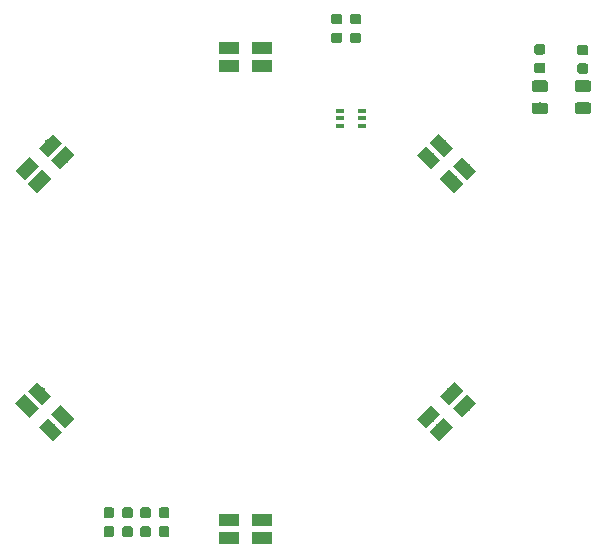
<source format=gbr>
G04 #@! TF.GenerationSoftware,KiCad,Pcbnew,(5.1.2)-1*
G04 #@! TF.CreationDate,2019-05-20T14:19:16+10:00*
G04 #@! TF.ProjectId,VeinCamHat,5665696e-4361-46d4-9861-742e6b696361,rev?*
G04 #@! TF.SameCoordinates,Original*
G04 #@! TF.FileFunction,Paste,Top*
G04 #@! TF.FilePolarity,Positive*
%FSLAX46Y46*%
G04 Gerber Fmt 4.6, Leading zero omitted, Abs format (unit mm)*
G04 Created by KiCad (PCBNEW (5.1.2)-1) date 2019-05-20 14:19:16*
%MOMM*%
%LPD*%
G04 APERTURE LIST*
%ADD10C,1.100000*%
%ADD11C,0.150000*%
%ADD12R,1.700000X1.100000*%
%ADD13R,0.650000X0.400000*%
%ADD14C,0.875000*%
%ADD15C,0.975000*%
G04 APERTURE END LIST*
D10*
X203479720Y-134540381D03*
D11*
G36*
X203691852Y-135530330D02*
G01*
X202489771Y-134328249D01*
X203267588Y-133550432D01*
X204469669Y-134752513D01*
X203691852Y-135530330D01*
X203691852Y-135530330D01*
G37*
D10*
X205459619Y-136520280D03*
D11*
G36*
X205671751Y-137510229D02*
G01*
X204469670Y-136308148D01*
X205247487Y-135530331D01*
X206449568Y-136732412D01*
X205671751Y-137510229D01*
X205671751Y-137510229D01*
G37*
D10*
X204540381Y-133479720D03*
D11*
G36*
X204752513Y-134469669D02*
G01*
X203550432Y-133267588D01*
X204328249Y-132489771D01*
X205530330Y-133691852D01*
X204752513Y-134469669D01*
X204752513Y-134469669D01*
G37*
D10*
X206520280Y-135459619D03*
D11*
G36*
X206732412Y-136449568D02*
G01*
X205530331Y-135247487D01*
X206308148Y-134469670D01*
X207510229Y-135671751D01*
X206732412Y-136449568D01*
X206732412Y-136449568D01*
G37*
D12*
X223400000Y-144249999D03*
X220600000Y-144249999D03*
X223400000Y-145750001D03*
X220600000Y-145750001D03*
D10*
X205459619Y-112479720D03*
D11*
G36*
X206449568Y-112267588D02*
G01*
X205247487Y-113469669D01*
X204469670Y-112691852D01*
X205671751Y-111489771D01*
X206449568Y-112267588D01*
X206449568Y-112267588D01*
G37*
D10*
X203479720Y-114459619D03*
D11*
G36*
X204469669Y-114247487D02*
G01*
X203267588Y-115449568D01*
X202489771Y-114671751D01*
X203691852Y-113469670D01*
X204469669Y-114247487D01*
X204469669Y-114247487D01*
G37*
D10*
X206520280Y-113540381D03*
D11*
G36*
X207510229Y-113328249D02*
G01*
X206308148Y-114530330D01*
X205530331Y-113752513D01*
X206732412Y-112550432D01*
X207510229Y-113328249D01*
X207510229Y-113328249D01*
G37*
D10*
X204540381Y-115520280D03*
D11*
G36*
X205530330Y-115308148D02*
G01*
X204328249Y-116510229D01*
X203550432Y-115732412D01*
X204752513Y-114530331D01*
X205530330Y-115308148D01*
X205530330Y-115308148D01*
G37*
D10*
X238540381Y-136520280D03*
D11*
G36*
X239530330Y-136308148D02*
G01*
X238328249Y-137510229D01*
X237550432Y-136732412D01*
X238752513Y-135530331D01*
X239530330Y-136308148D01*
X239530330Y-136308148D01*
G37*
D10*
X240520280Y-134540381D03*
D11*
G36*
X241510229Y-134328249D02*
G01*
X240308148Y-135530330D01*
X239530331Y-134752513D01*
X240732412Y-133550432D01*
X241510229Y-134328249D01*
X241510229Y-134328249D01*
G37*
D10*
X237479720Y-135459619D03*
D11*
G36*
X238469669Y-135247487D02*
G01*
X237267588Y-136449568D01*
X236489771Y-135671751D01*
X237691852Y-134469670D01*
X238469669Y-135247487D01*
X238469669Y-135247487D01*
G37*
D10*
X239459619Y-133479720D03*
D11*
G36*
X240449568Y-133267588D02*
G01*
X239247487Y-134469669D01*
X238469670Y-133691852D01*
X239671751Y-132489771D01*
X240449568Y-133267588D01*
X240449568Y-133267588D01*
G37*
D13*
X229950000Y-109550000D03*
X229950000Y-110850000D03*
X231850000Y-110200000D03*
X229950000Y-110200000D03*
X231850000Y-110850000D03*
X231850000Y-109550000D03*
D11*
G36*
X250815191Y-103976053D02*
G01*
X250836426Y-103979203D01*
X250857250Y-103984419D01*
X250877462Y-103991651D01*
X250896868Y-104000830D01*
X250915281Y-104011866D01*
X250932524Y-104024654D01*
X250948430Y-104039070D01*
X250962846Y-104054976D01*
X250975634Y-104072219D01*
X250986670Y-104090632D01*
X250995849Y-104110038D01*
X251003081Y-104130250D01*
X251008297Y-104151074D01*
X251011447Y-104172309D01*
X251012500Y-104193750D01*
X251012500Y-104631250D01*
X251011447Y-104652691D01*
X251008297Y-104673926D01*
X251003081Y-104694750D01*
X250995849Y-104714962D01*
X250986670Y-104734368D01*
X250975634Y-104752781D01*
X250962846Y-104770024D01*
X250948430Y-104785930D01*
X250932524Y-104800346D01*
X250915281Y-104813134D01*
X250896868Y-104824170D01*
X250877462Y-104833349D01*
X250857250Y-104840581D01*
X250836426Y-104845797D01*
X250815191Y-104848947D01*
X250793750Y-104850000D01*
X250281250Y-104850000D01*
X250259809Y-104848947D01*
X250238574Y-104845797D01*
X250217750Y-104840581D01*
X250197538Y-104833349D01*
X250178132Y-104824170D01*
X250159719Y-104813134D01*
X250142476Y-104800346D01*
X250126570Y-104785930D01*
X250112154Y-104770024D01*
X250099366Y-104752781D01*
X250088330Y-104734368D01*
X250079151Y-104714962D01*
X250071919Y-104694750D01*
X250066703Y-104673926D01*
X250063553Y-104652691D01*
X250062500Y-104631250D01*
X250062500Y-104193750D01*
X250063553Y-104172309D01*
X250066703Y-104151074D01*
X250071919Y-104130250D01*
X250079151Y-104110038D01*
X250088330Y-104090632D01*
X250099366Y-104072219D01*
X250112154Y-104054976D01*
X250126570Y-104039070D01*
X250142476Y-104024654D01*
X250159719Y-104011866D01*
X250178132Y-104000830D01*
X250197538Y-103991651D01*
X250217750Y-103984419D01*
X250238574Y-103979203D01*
X250259809Y-103976053D01*
X250281250Y-103975000D01*
X250793750Y-103975000D01*
X250815191Y-103976053D01*
X250815191Y-103976053D01*
G37*
D14*
X250537500Y-104412500D03*
D11*
G36*
X250815191Y-105551053D02*
G01*
X250836426Y-105554203D01*
X250857250Y-105559419D01*
X250877462Y-105566651D01*
X250896868Y-105575830D01*
X250915281Y-105586866D01*
X250932524Y-105599654D01*
X250948430Y-105614070D01*
X250962846Y-105629976D01*
X250975634Y-105647219D01*
X250986670Y-105665632D01*
X250995849Y-105685038D01*
X251003081Y-105705250D01*
X251008297Y-105726074D01*
X251011447Y-105747309D01*
X251012500Y-105768750D01*
X251012500Y-106206250D01*
X251011447Y-106227691D01*
X251008297Y-106248926D01*
X251003081Y-106269750D01*
X250995849Y-106289962D01*
X250986670Y-106309368D01*
X250975634Y-106327781D01*
X250962846Y-106345024D01*
X250948430Y-106360930D01*
X250932524Y-106375346D01*
X250915281Y-106388134D01*
X250896868Y-106399170D01*
X250877462Y-106408349D01*
X250857250Y-106415581D01*
X250836426Y-106420797D01*
X250815191Y-106423947D01*
X250793750Y-106425000D01*
X250281250Y-106425000D01*
X250259809Y-106423947D01*
X250238574Y-106420797D01*
X250217750Y-106415581D01*
X250197538Y-106408349D01*
X250178132Y-106399170D01*
X250159719Y-106388134D01*
X250142476Y-106375346D01*
X250126570Y-106360930D01*
X250112154Y-106345024D01*
X250099366Y-106327781D01*
X250088330Y-106309368D01*
X250079151Y-106289962D01*
X250071919Y-106269750D01*
X250066703Y-106248926D01*
X250063553Y-106227691D01*
X250062500Y-106206250D01*
X250062500Y-105768750D01*
X250063553Y-105747309D01*
X250066703Y-105726074D01*
X250071919Y-105705250D01*
X250079151Y-105685038D01*
X250088330Y-105665632D01*
X250099366Y-105647219D01*
X250112154Y-105629976D01*
X250126570Y-105614070D01*
X250142476Y-105599654D01*
X250159719Y-105586866D01*
X250178132Y-105575830D01*
X250197538Y-105566651D01*
X250217750Y-105559419D01*
X250238574Y-105554203D01*
X250259809Y-105551053D01*
X250281250Y-105550000D01*
X250793750Y-105550000D01*
X250815191Y-105551053D01*
X250815191Y-105551053D01*
G37*
D14*
X250537500Y-105987500D03*
D11*
G36*
X247177691Y-103926053D02*
G01*
X247198926Y-103929203D01*
X247219750Y-103934419D01*
X247239962Y-103941651D01*
X247259368Y-103950830D01*
X247277781Y-103961866D01*
X247295024Y-103974654D01*
X247310930Y-103989070D01*
X247325346Y-104004976D01*
X247338134Y-104022219D01*
X247349170Y-104040632D01*
X247358349Y-104060038D01*
X247365581Y-104080250D01*
X247370797Y-104101074D01*
X247373947Y-104122309D01*
X247375000Y-104143750D01*
X247375000Y-104581250D01*
X247373947Y-104602691D01*
X247370797Y-104623926D01*
X247365581Y-104644750D01*
X247358349Y-104664962D01*
X247349170Y-104684368D01*
X247338134Y-104702781D01*
X247325346Y-104720024D01*
X247310930Y-104735930D01*
X247295024Y-104750346D01*
X247277781Y-104763134D01*
X247259368Y-104774170D01*
X247239962Y-104783349D01*
X247219750Y-104790581D01*
X247198926Y-104795797D01*
X247177691Y-104798947D01*
X247156250Y-104800000D01*
X246643750Y-104800000D01*
X246622309Y-104798947D01*
X246601074Y-104795797D01*
X246580250Y-104790581D01*
X246560038Y-104783349D01*
X246540632Y-104774170D01*
X246522219Y-104763134D01*
X246504976Y-104750346D01*
X246489070Y-104735930D01*
X246474654Y-104720024D01*
X246461866Y-104702781D01*
X246450830Y-104684368D01*
X246441651Y-104664962D01*
X246434419Y-104644750D01*
X246429203Y-104623926D01*
X246426053Y-104602691D01*
X246425000Y-104581250D01*
X246425000Y-104143750D01*
X246426053Y-104122309D01*
X246429203Y-104101074D01*
X246434419Y-104080250D01*
X246441651Y-104060038D01*
X246450830Y-104040632D01*
X246461866Y-104022219D01*
X246474654Y-104004976D01*
X246489070Y-103989070D01*
X246504976Y-103974654D01*
X246522219Y-103961866D01*
X246540632Y-103950830D01*
X246560038Y-103941651D01*
X246580250Y-103934419D01*
X246601074Y-103929203D01*
X246622309Y-103926053D01*
X246643750Y-103925000D01*
X247156250Y-103925000D01*
X247177691Y-103926053D01*
X247177691Y-103926053D01*
G37*
D14*
X246900000Y-104362500D03*
D11*
G36*
X247177691Y-105501053D02*
G01*
X247198926Y-105504203D01*
X247219750Y-105509419D01*
X247239962Y-105516651D01*
X247259368Y-105525830D01*
X247277781Y-105536866D01*
X247295024Y-105549654D01*
X247310930Y-105564070D01*
X247325346Y-105579976D01*
X247338134Y-105597219D01*
X247349170Y-105615632D01*
X247358349Y-105635038D01*
X247365581Y-105655250D01*
X247370797Y-105676074D01*
X247373947Y-105697309D01*
X247375000Y-105718750D01*
X247375000Y-106156250D01*
X247373947Y-106177691D01*
X247370797Y-106198926D01*
X247365581Y-106219750D01*
X247358349Y-106239962D01*
X247349170Y-106259368D01*
X247338134Y-106277781D01*
X247325346Y-106295024D01*
X247310930Y-106310930D01*
X247295024Y-106325346D01*
X247277781Y-106338134D01*
X247259368Y-106349170D01*
X247239962Y-106358349D01*
X247219750Y-106365581D01*
X247198926Y-106370797D01*
X247177691Y-106373947D01*
X247156250Y-106375000D01*
X246643750Y-106375000D01*
X246622309Y-106373947D01*
X246601074Y-106370797D01*
X246580250Y-106365581D01*
X246560038Y-106358349D01*
X246540632Y-106349170D01*
X246522219Y-106338134D01*
X246504976Y-106325346D01*
X246489070Y-106310930D01*
X246474654Y-106295024D01*
X246461866Y-106277781D01*
X246450830Y-106259368D01*
X246441651Y-106239962D01*
X246434419Y-106219750D01*
X246429203Y-106198926D01*
X246426053Y-106177691D01*
X246425000Y-106156250D01*
X246425000Y-105718750D01*
X246426053Y-105697309D01*
X246429203Y-105676074D01*
X246434419Y-105655250D01*
X246441651Y-105635038D01*
X246450830Y-105615632D01*
X246461866Y-105597219D01*
X246474654Y-105579976D01*
X246489070Y-105564070D01*
X246504976Y-105549654D01*
X246522219Y-105536866D01*
X246540632Y-105525830D01*
X246560038Y-105516651D01*
X246580250Y-105509419D01*
X246601074Y-105504203D01*
X246622309Y-105501053D01*
X246643750Y-105500000D01*
X247156250Y-105500000D01*
X247177691Y-105501053D01*
X247177691Y-105501053D01*
G37*
D14*
X246900000Y-105937500D03*
D11*
G36*
X212227691Y-144726053D02*
G01*
X212248926Y-144729203D01*
X212269750Y-144734419D01*
X212289962Y-144741651D01*
X212309368Y-144750830D01*
X212327781Y-144761866D01*
X212345024Y-144774654D01*
X212360930Y-144789070D01*
X212375346Y-144804976D01*
X212388134Y-144822219D01*
X212399170Y-144840632D01*
X212408349Y-144860038D01*
X212415581Y-144880250D01*
X212420797Y-144901074D01*
X212423947Y-144922309D01*
X212425000Y-144943750D01*
X212425000Y-145456250D01*
X212423947Y-145477691D01*
X212420797Y-145498926D01*
X212415581Y-145519750D01*
X212408349Y-145539962D01*
X212399170Y-145559368D01*
X212388134Y-145577781D01*
X212375346Y-145595024D01*
X212360930Y-145610930D01*
X212345024Y-145625346D01*
X212327781Y-145638134D01*
X212309368Y-145649170D01*
X212289962Y-145658349D01*
X212269750Y-145665581D01*
X212248926Y-145670797D01*
X212227691Y-145673947D01*
X212206250Y-145675000D01*
X211768750Y-145675000D01*
X211747309Y-145673947D01*
X211726074Y-145670797D01*
X211705250Y-145665581D01*
X211685038Y-145658349D01*
X211665632Y-145649170D01*
X211647219Y-145638134D01*
X211629976Y-145625346D01*
X211614070Y-145610930D01*
X211599654Y-145595024D01*
X211586866Y-145577781D01*
X211575830Y-145559368D01*
X211566651Y-145539962D01*
X211559419Y-145519750D01*
X211554203Y-145498926D01*
X211551053Y-145477691D01*
X211550000Y-145456250D01*
X211550000Y-144943750D01*
X211551053Y-144922309D01*
X211554203Y-144901074D01*
X211559419Y-144880250D01*
X211566651Y-144860038D01*
X211575830Y-144840632D01*
X211586866Y-144822219D01*
X211599654Y-144804976D01*
X211614070Y-144789070D01*
X211629976Y-144774654D01*
X211647219Y-144761866D01*
X211665632Y-144750830D01*
X211685038Y-144741651D01*
X211705250Y-144734419D01*
X211726074Y-144729203D01*
X211747309Y-144726053D01*
X211768750Y-144725000D01*
X212206250Y-144725000D01*
X212227691Y-144726053D01*
X212227691Y-144726053D01*
G37*
D14*
X211987500Y-145200000D03*
D11*
G36*
X210652691Y-144726053D02*
G01*
X210673926Y-144729203D01*
X210694750Y-144734419D01*
X210714962Y-144741651D01*
X210734368Y-144750830D01*
X210752781Y-144761866D01*
X210770024Y-144774654D01*
X210785930Y-144789070D01*
X210800346Y-144804976D01*
X210813134Y-144822219D01*
X210824170Y-144840632D01*
X210833349Y-144860038D01*
X210840581Y-144880250D01*
X210845797Y-144901074D01*
X210848947Y-144922309D01*
X210850000Y-144943750D01*
X210850000Y-145456250D01*
X210848947Y-145477691D01*
X210845797Y-145498926D01*
X210840581Y-145519750D01*
X210833349Y-145539962D01*
X210824170Y-145559368D01*
X210813134Y-145577781D01*
X210800346Y-145595024D01*
X210785930Y-145610930D01*
X210770024Y-145625346D01*
X210752781Y-145638134D01*
X210734368Y-145649170D01*
X210714962Y-145658349D01*
X210694750Y-145665581D01*
X210673926Y-145670797D01*
X210652691Y-145673947D01*
X210631250Y-145675000D01*
X210193750Y-145675000D01*
X210172309Y-145673947D01*
X210151074Y-145670797D01*
X210130250Y-145665581D01*
X210110038Y-145658349D01*
X210090632Y-145649170D01*
X210072219Y-145638134D01*
X210054976Y-145625346D01*
X210039070Y-145610930D01*
X210024654Y-145595024D01*
X210011866Y-145577781D01*
X210000830Y-145559368D01*
X209991651Y-145539962D01*
X209984419Y-145519750D01*
X209979203Y-145498926D01*
X209976053Y-145477691D01*
X209975000Y-145456250D01*
X209975000Y-144943750D01*
X209976053Y-144922309D01*
X209979203Y-144901074D01*
X209984419Y-144880250D01*
X209991651Y-144860038D01*
X210000830Y-144840632D01*
X210011866Y-144822219D01*
X210024654Y-144804976D01*
X210039070Y-144789070D01*
X210054976Y-144774654D01*
X210072219Y-144761866D01*
X210090632Y-144750830D01*
X210110038Y-144741651D01*
X210130250Y-144734419D01*
X210151074Y-144729203D01*
X210172309Y-144726053D01*
X210193750Y-144725000D01*
X210631250Y-144725000D01*
X210652691Y-144726053D01*
X210652691Y-144726053D01*
G37*
D14*
X210412500Y-145200000D03*
D11*
G36*
X210652691Y-143126053D02*
G01*
X210673926Y-143129203D01*
X210694750Y-143134419D01*
X210714962Y-143141651D01*
X210734368Y-143150830D01*
X210752781Y-143161866D01*
X210770024Y-143174654D01*
X210785930Y-143189070D01*
X210800346Y-143204976D01*
X210813134Y-143222219D01*
X210824170Y-143240632D01*
X210833349Y-143260038D01*
X210840581Y-143280250D01*
X210845797Y-143301074D01*
X210848947Y-143322309D01*
X210850000Y-143343750D01*
X210850000Y-143856250D01*
X210848947Y-143877691D01*
X210845797Y-143898926D01*
X210840581Y-143919750D01*
X210833349Y-143939962D01*
X210824170Y-143959368D01*
X210813134Y-143977781D01*
X210800346Y-143995024D01*
X210785930Y-144010930D01*
X210770024Y-144025346D01*
X210752781Y-144038134D01*
X210734368Y-144049170D01*
X210714962Y-144058349D01*
X210694750Y-144065581D01*
X210673926Y-144070797D01*
X210652691Y-144073947D01*
X210631250Y-144075000D01*
X210193750Y-144075000D01*
X210172309Y-144073947D01*
X210151074Y-144070797D01*
X210130250Y-144065581D01*
X210110038Y-144058349D01*
X210090632Y-144049170D01*
X210072219Y-144038134D01*
X210054976Y-144025346D01*
X210039070Y-144010930D01*
X210024654Y-143995024D01*
X210011866Y-143977781D01*
X210000830Y-143959368D01*
X209991651Y-143939962D01*
X209984419Y-143919750D01*
X209979203Y-143898926D01*
X209976053Y-143877691D01*
X209975000Y-143856250D01*
X209975000Y-143343750D01*
X209976053Y-143322309D01*
X209979203Y-143301074D01*
X209984419Y-143280250D01*
X209991651Y-143260038D01*
X210000830Y-143240632D01*
X210011866Y-143222219D01*
X210024654Y-143204976D01*
X210039070Y-143189070D01*
X210054976Y-143174654D01*
X210072219Y-143161866D01*
X210090632Y-143150830D01*
X210110038Y-143141651D01*
X210130250Y-143134419D01*
X210151074Y-143129203D01*
X210172309Y-143126053D01*
X210193750Y-143125000D01*
X210631250Y-143125000D01*
X210652691Y-143126053D01*
X210652691Y-143126053D01*
G37*
D14*
X210412500Y-143600000D03*
D11*
G36*
X212227691Y-143126053D02*
G01*
X212248926Y-143129203D01*
X212269750Y-143134419D01*
X212289962Y-143141651D01*
X212309368Y-143150830D01*
X212327781Y-143161866D01*
X212345024Y-143174654D01*
X212360930Y-143189070D01*
X212375346Y-143204976D01*
X212388134Y-143222219D01*
X212399170Y-143240632D01*
X212408349Y-143260038D01*
X212415581Y-143280250D01*
X212420797Y-143301074D01*
X212423947Y-143322309D01*
X212425000Y-143343750D01*
X212425000Y-143856250D01*
X212423947Y-143877691D01*
X212420797Y-143898926D01*
X212415581Y-143919750D01*
X212408349Y-143939962D01*
X212399170Y-143959368D01*
X212388134Y-143977781D01*
X212375346Y-143995024D01*
X212360930Y-144010930D01*
X212345024Y-144025346D01*
X212327781Y-144038134D01*
X212309368Y-144049170D01*
X212289962Y-144058349D01*
X212269750Y-144065581D01*
X212248926Y-144070797D01*
X212227691Y-144073947D01*
X212206250Y-144075000D01*
X211768750Y-144075000D01*
X211747309Y-144073947D01*
X211726074Y-144070797D01*
X211705250Y-144065581D01*
X211685038Y-144058349D01*
X211665632Y-144049170D01*
X211647219Y-144038134D01*
X211629976Y-144025346D01*
X211614070Y-144010930D01*
X211599654Y-143995024D01*
X211586866Y-143977781D01*
X211575830Y-143959368D01*
X211566651Y-143939962D01*
X211559419Y-143919750D01*
X211554203Y-143898926D01*
X211551053Y-143877691D01*
X211550000Y-143856250D01*
X211550000Y-143343750D01*
X211551053Y-143322309D01*
X211554203Y-143301074D01*
X211559419Y-143280250D01*
X211566651Y-143260038D01*
X211575830Y-143240632D01*
X211586866Y-143222219D01*
X211599654Y-143204976D01*
X211614070Y-143189070D01*
X211629976Y-143174654D01*
X211647219Y-143161866D01*
X211665632Y-143150830D01*
X211685038Y-143141651D01*
X211705250Y-143134419D01*
X211726074Y-143129203D01*
X211747309Y-143126053D01*
X211768750Y-143125000D01*
X212206250Y-143125000D01*
X212227691Y-143126053D01*
X212227691Y-143126053D01*
G37*
D14*
X211987500Y-143600000D03*
D11*
G36*
X213752691Y-144726053D02*
G01*
X213773926Y-144729203D01*
X213794750Y-144734419D01*
X213814962Y-144741651D01*
X213834368Y-144750830D01*
X213852781Y-144761866D01*
X213870024Y-144774654D01*
X213885930Y-144789070D01*
X213900346Y-144804976D01*
X213913134Y-144822219D01*
X213924170Y-144840632D01*
X213933349Y-144860038D01*
X213940581Y-144880250D01*
X213945797Y-144901074D01*
X213948947Y-144922309D01*
X213950000Y-144943750D01*
X213950000Y-145456250D01*
X213948947Y-145477691D01*
X213945797Y-145498926D01*
X213940581Y-145519750D01*
X213933349Y-145539962D01*
X213924170Y-145559368D01*
X213913134Y-145577781D01*
X213900346Y-145595024D01*
X213885930Y-145610930D01*
X213870024Y-145625346D01*
X213852781Y-145638134D01*
X213834368Y-145649170D01*
X213814962Y-145658349D01*
X213794750Y-145665581D01*
X213773926Y-145670797D01*
X213752691Y-145673947D01*
X213731250Y-145675000D01*
X213293750Y-145675000D01*
X213272309Y-145673947D01*
X213251074Y-145670797D01*
X213230250Y-145665581D01*
X213210038Y-145658349D01*
X213190632Y-145649170D01*
X213172219Y-145638134D01*
X213154976Y-145625346D01*
X213139070Y-145610930D01*
X213124654Y-145595024D01*
X213111866Y-145577781D01*
X213100830Y-145559368D01*
X213091651Y-145539962D01*
X213084419Y-145519750D01*
X213079203Y-145498926D01*
X213076053Y-145477691D01*
X213075000Y-145456250D01*
X213075000Y-144943750D01*
X213076053Y-144922309D01*
X213079203Y-144901074D01*
X213084419Y-144880250D01*
X213091651Y-144860038D01*
X213100830Y-144840632D01*
X213111866Y-144822219D01*
X213124654Y-144804976D01*
X213139070Y-144789070D01*
X213154976Y-144774654D01*
X213172219Y-144761866D01*
X213190632Y-144750830D01*
X213210038Y-144741651D01*
X213230250Y-144734419D01*
X213251074Y-144729203D01*
X213272309Y-144726053D01*
X213293750Y-144725000D01*
X213731250Y-144725000D01*
X213752691Y-144726053D01*
X213752691Y-144726053D01*
G37*
D14*
X213512500Y-145200000D03*
D11*
G36*
X215327691Y-144726053D02*
G01*
X215348926Y-144729203D01*
X215369750Y-144734419D01*
X215389962Y-144741651D01*
X215409368Y-144750830D01*
X215427781Y-144761866D01*
X215445024Y-144774654D01*
X215460930Y-144789070D01*
X215475346Y-144804976D01*
X215488134Y-144822219D01*
X215499170Y-144840632D01*
X215508349Y-144860038D01*
X215515581Y-144880250D01*
X215520797Y-144901074D01*
X215523947Y-144922309D01*
X215525000Y-144943750D01*
X215525000Y-145456250D01*
X215523947Y-145477691D01*
X215520797Y-145498926D01*
X215515581Y-145519750D01*
X215508349Y-145539962D01*
X215499170Y-145559368D01*
X215488134Y-145577781D01*
X215475346Y-145595024D01*
X215460930Y-145610930D01*
X215445024Y-145625346D01*
X215427781Y-145638134D01*
X215409368Y-145649170D01*
X215389962Y-145658349D01*
X215369750Y-145665581D01*
X215348926Y-145670797D01*
X215327691Y-145673947D01*
X215306250Y-145675000D01*
X214868750Y-145675000D01*
X214847309Y-145673947D01*
X214826074Y-145670797D01*
X214805250Y-145665581D01*
X214785038Y-145658349D01*
X214765632Y-145649170D01*
X214747219Y-145638134D01*
X214729976Y-145625346D01*
X214714070Y-145610930D01*
X214699654Y-145595024D01*
X214686866Y-145577781D01*
X214675830Y-145559368D01*
X214666651Y-145539962D01*
X214659419Y-145519750D01*
X214654203Y-145498926D01*
X214651053Y-145477691D01*
X214650000Y-145456250D01*
X214650000Y-144943750D01*
X214651053Y-144922309D01*
X214654203Y-144901074D01*
X214659419Y-144880250D01*
X214666651Y-144860038D01*
X214675830Y-144840632D01*
X214686866Y-144822219D01*
X214699654Y-144804976D01*
X214714070Y-144789070D01*
X214729976Y-144774654D01*
X214747219Y-144761866D01*
X214765632Y-144750830D01*
X214785038Y-144741651D01*
X214805250Y-144734419D01*
X214826074Y-144729203D01*
X214847309Y-144726053D01*
X214868750Y-144725000D01*
X215306250Y-144725000D01*
X215327691Y-144726053D01*
X215327691Y-144726053D01*
G37*
D14*
X215087500Y-145200000D03*
D11*
G36*
X215327691Y-143126053D02*
G01*
X215348926Y-143129203D01*
X215369750Y-143134419D01*
X215389962Y-143141651D01*
X215409368Y-143150830D01*
X215427781Y-143161866D01*
X215445024Y-143174654D01*
X215460930Y-143189070D01*
X215475346Y-143204976D01*
X215488134Y-143222219D01*
X215499170Y-143240632D01*
X215508349Y-143260038D01*
X215515581Y-143280250D01*
X215520797Y-143301074D01*
X215523947Y-143322309D01*
X215525000Y-143343750D01*
X215525000Y-143856250D01*
X215523947Y-143877691D01*
X215520797Y-143898926D01*
X215515581Y-143919750D01*
X215508349Y-143939962D01*
X215499170Y-143959368D01*
X215488134Y-143977781D01*
X215475346Y-143995024D01*
X215460930Y-144010930D01*
X215445024Y-144025346D01*
X215427781Y-144038134D01*
X215409368Y-144049170D01*
X215389962Y-144058349D01*
X215369750Y-144065581D01*
X215348926Y-144070797D01*
X215327691Y-144073947D01*
X215306250Y-144075000D01*
X214868750Y-144075000D01*
X214847309Y-144073947D01*
X214826074Y-144070797D01*
X214805250Y-144065581D01*
X214785038Y-144058349D01*
X214765632Y-144049170D01*
X214747219Y-144038134D01*
X214729976Y-144025346D01*
X214714070Y-144010930D01*
X214699654Y-143995024D01*
X214686866Y-143977781D01*
X214675830Y-143959368D01*
X214666651Y-143939962D01*
X214659419Y-143919750D01*
X214654203Y-143898926D01*
X214651053Y-143877691D01*
X214650000Y-143856250D01*
X214650000Y-143343750D01*
X214651053Y-143322309D01*
X214654203Y-143301074D01*
X214659419Y-143280250D01*
X214666651Y-143260038D01*
X214675830Y-143240632D01*
X214686866Y-143222219D01*
X214699654Y-143204976D01*
X214714070Y-143189070D01*
X214729976Y-143174654D01*
X214747219Y-143161866D01*
X214765632Y-143150830D01*
X214785038Y-143141651D01*
X214805250Y-143134419D01*
X214826074Y-143129203D01*
X214847309Y-143126053D01*
X214868750Y-143125000D01*
X215306250Y-143125000D01*
X215327691Y-143126053D01*
X215327691Y-143126053D01*
G37*
D14*
X215087500Y-143600000D03*
D11*
G36*
X213752691Y-143126053D02*
G01*
X213773926Y-143129203D01*
X213794750Y-143134419D01*
X213814962Y-143141651D01*
X213834368Y-143150830D01*
X213852781Y-143161866D01*
X213870024Y-143174654D01*
X213885930Y-143189070D01*
X213900346Y-143204976D01*
X213913134Y-143222219D01*
X213924170Y-143240632D01*
X213933349Y-143260038D01*
X213940581Y-143280250D01*
X213945797Y-143301074D01*
X213948947Y-143322309D01*
X213950000Y-143343750D01*
X213950000Y-143856250D01*
X213948947Y-143877691D01*
X213945797Y-143898926D01*
X213940581Y-143919750D01*
X213933349Y-143939962D01*
X213924170Y-143959368D01*
X213913134Y-143977781D01*
X213900346Y-143995024D01*
X213885930Y-144010930D01*
X213870024Y-144025346D01*
X213852781Y-144038134D01*
X213834368Y-144049170D01*
X213814962Y-144058349D01*
X213794750Y-144065581D01*
X213773926Y-144070797D01*
X213752691Y-144073947D01*
X213731250Y-144075000D01*
X213293750Y-144075000D01*
X213272309Y-144073947D01*
X213251074Y-144070797D01*
X213230250Y-144065581D01*
X213210038Y-144058349D01*
X213190632Y-144049170D01*
X213172219Y-144038134D01*
X213154976Y-144025346D01*
X213139070Y-144010930D01*
X213124654Y-143995024D01*
X213111866Y-143977781D01*
X213100830Y-143959368D01*
X213091651Y-143939962D01*
X213084419Y-143919750D01*
X213079203Y-143898926D01*
X213076053Y-143877691D01*
X213075000Y-143856250D01*
X213075000Y-143343750D01*
X213076053Y-143322309D01*
X213079203Y-143301074D01*
X213084419Y-143280250D01*
X213091651Y-143260038D01*
X213100830Y-143240632D01*
X213111866Y-143222219D01*
X213124654Y-143204976D01*
X213139070Y-143189070D01*
X213154976Y-143174654D01*
X213172219Y-143161866D01*
X213190632Y-143150830D01*
X213210038Y-143141651D01*
X213230250Y-143134419D01*
X213251074Y-143129203D01*
X213272309Y-143126053D01*
X213293750Y-143125000D01*
X213731250Y-143125000D01*
X213752691Y-143126053D01*
X213752691Y-143126053D01*
G37*
D14*
X213512500Y-143600000D03*
D11*
G36*
X231577691Y-101376053D02*
G01*
X231598926Y-101379203D01*
X231619750Y-101384419D01*
X231639962Y-101391651D01*
X231659368Y-101400830D01*
X231677781Y-101411866D01*
X231695024Y-101424654D01*
X231710930Y-101439070D01*
X231725346Y-101454976D01*
X231738134Y-101472219D01*
X231749170Y-101490632D01*
X231758349Y-101510038D01*
X231765581Y-101530250D01*
X231770797Y-101551074D01*
X231773947Y-101572309D01*
X231775000Y-101593750D01*
X231775000Y-102031250D01*
X231773947Y-102052691D01*
X231770797Y-102073926D01*
X231765581Y-102094750D01*
X231758349Y-102114962D01*
X231749170Y-102134368D01*
X231738134Y-102152781D01*
X231725346Y-102170024D01*
X231710930Y-102185930D01*
X231695024Y-102200346D01*
X231677781Y-102213134D01*
X231659368Y-102224170D01*
X231639962Y-102233349D01*
X231619750Y-102240581D01*
X231598926Y-102245797D01*
X231577691Y-102248947D01*
X231556250Y-102250000D01*
X231043750Y-102250000D01*
X231022309Y-102248947D01*
X231001074Y-102245797D01*
X230980250Y-102240581D01*
X230960038Y-102233349D01*
X230940632Y-102224170D01*
X230922219Y-102213134D01*
X230904976Y-102200346D01*
X230889070Y-102185930D01*
X230874654Y-102170024D01*
X230861866Y-102152781D01*
X230850830Y-102134368D01*
X230841651Y-102114962D01*
X230834419Y-102094750D01*
X230829203Y-102073926D01*
X230826053Y-102052691D01*
X230825000Y-102031250D01*
X230825000Y-101593750D01*
X230826053Y-101572309D01*
X230829203Y-101551074D01*
X230834419Y-101530250D01*
X230841651Y-101510038D01*
X230850830Y-101490632D01*
X230861866Y-101472219D01*
X230874654Y-101454976D01*
X230889070Y-101439070D01*
X230904976Y-101424654D01*
X230922219Y-101411866D01*
X230940632Y-101400830D01*
X230960038Y-101391651D01*
X230980250Y-101384419D01*
X231001074Y-101379203D01*
X231022309Y-101376053D01*
X231043750Y-101375000D01*
X231556250Y-101375000D01*
X231577691Y-101376053D01*
X231577691Y-101376053D01*
G37*
D14*
X231300000Y-101812500D03*
D11*
G36*
X231577691Y-102951053D02*
G01*
X231598926Y-102954203D01*
X231619750Y-102959419D01*
X231639962Y-102966651D01*
X231659368Y-102975830D01*
X231677781Y-102986866D01*
X231695024Y-102999654D01*
X231710930Y-103014070D01*
X231725346Y-103029976D01*
X231738134Y-103047219D01*
X231749170Y-103065632D01*
X231758349Y-103085038D01*
X231765581Y-103105250D01*
X231770797Y-103126074D01*
X231773947Y-103147309D01*
X231775000Y-103168750D01*
X231775000Y-103606250D01*
X231773947Y-103627691D01*
X231770797Y-103648926D01*
X231765581Y-103669750D01*
X231758349Y-103689962D01*
X231749170Y-103709368D01*
X231738134Y-103727781D01*
X231725346Y-103745024D01*
X231710930Y-103760930D01*
X231695024Y-103775346D01*
X231677781Y-103788134D01*
X231659368Y-103799170D01*
X231639962Y-103808349D01*
X231619750Y-103815581D01*
X231598926Y-103820797D01*
X231577691Y-103823947D01*
X231556250Y-103825000D01*
X231043750Y-103825000D01*
X231022309Y-103823947D01*
X231001074Y-103820797D01*
X230980250Y-103815581D01*
X230960038Y-103808349D01*
X230940632Y-103799170D01*
X230922219Y-103788134D01*
X230904976Y-103775346D01*
X230889070Y-103760930D01*
X230874654Y-103745024D01*
X230861866Y-103727781D01*
X230850830Y-103709368D01*
X230841651Y-103689962D01*
X230834419Y-103669750D01*
X230829203Y-103648926D01*
X230826053Y-103627691D01*
X230825000Y-103606250D01*
X230825000Y-103168750D01*
X230826053Y-103147309D01*
X230829203Y-103126074D01*
X230834419Y-103105250D01*
X230841651Y-103085038D01*
X230850830Y-103065632D01*
X230861866Y-103047219D01*
X230874654Y-103029976D01*
X230889070Y-103014070D01*
X230904976Y-102999654D01*
X230922219Y-102986866D01*
X230940632Y-102975830D01*
X230960038Y-102966651D01*
X230980250Y-102959419D01*
X231001074Y-102954203D01*
X231022309Y-102951053D01*
X231043750Y-102950000D01*
X231556250Y-102950000D01*
X231577691Y-102951053D01*
X231577691Y-102951053D01*
G37*
D14*
X231300000Y-103387500D03*
D11*
G36*
X251030142Y-106976174D02*
G01*
X251053803Y-106979684D01*
X251077007Y-106985496D01*
X251099529Y-106993554D01*
X251121153Y-107003782D01*
X251141670Y-107016079D01*
X251160883Y-107030329D01*
X251178607Y-107046393D01*
X251194671Y-107064117D01*
X251208921Y-107083330D01*
X251221218Y-107103847D01*
X251231446Y-107125471D01*
X251239504Y-107147993D01*
X251245316Y-107171197D01*
X251248826Y-107194858D01*
X251250000Y-107218750D01*
X251250000Y-107706250D01*
X251248826Y-107730142D01*
X251245316Y-107753803D01*
X251239504Y-107777007D01*
X251231446Y-107799529D01*
X251221218Y-107821153D01*
X251208921Y-107841670D01*
X251194671Y-107860883D01*
X251178607Y-107878607D01*
X251160883Y-107894671D01*
X251141670Y-107908921D01*
X251121153Y-107921218D01*
X251099529Y-107931446D01*
X251077007Y-107939504D01*
X251053803Y-107945316D01*
X251030142Y-107948826D01*
X251006250Y-107950000D01*
X250093750Y-107950000D01*
X250069858Y-107948826D01*
X250046197Y-107945316D01*
X250022993Y-107939504D01*
X250000471Y-107931446D01*
X249978847Y-107921218D01*
X249958330Y-107908921D01*
X249939117Y-107894671D01*
X249921393Y-107878607D01*
X249905329Y-107860883D01*
X249891079Y-107841670D01*
X249878782Y-107821153D01*
X249868554Y-107799529D01*
X249860496Y-107777007D01*
X249854684Y-107753803D01*
X249851174Y-107730142D01*
X249850000Y-107706250D01*
X249850000Y-107218750D01*
X249851174Y-107194858D01*
X249854684Y-107171197D01*
X249860496Y-107147993D01*
X249868554Y-107125471D01*
X249878782Y-107103847D01*
X249891079Y-107083330D01*
X249905329Y-107064117D01*
X249921393Y-107046393D01*
X249939117Y-107030329D01*
X249958330Y-107016079D01*
X249978847Y-107003782D01*
X250000471Y-106993554D01*
X250022993Y-106985496D01*
X250046197Y-106979684D01*
X250069858Y-106976174D01*
X250093750Y-106975000D01*
X251006250Y-106975000D01*
X251030142Y-106976174D01*
X251030142Y-106976174D01*
G37*
D15*
X250550000Y-107462500D03*
D11*
G36*
X251030142Y-108851174D02*
G01*
X251053803Y-108854684D01*
X251077007Y-108860496D01*
X251099529Y-108868554D01*
X251121153Y-108878782D01*
X251141670Y-108891079D01*
X251160883Y-108905329D01*
X251178607Y-108921393D01*
X251194671Y-108939117D01*
X251208921Y-108958330D01*
X251221218Y-108978847D01*
X251231446Y-109000471D01*
X251239504Y-109022993D01*
X251245316Y-109046197D01*
X251248826Y-109069858D01*
X251250000Y-109093750D01*
X251250000Y-109581250D01*
X251248826Y-109605142D01*
X251245316Y-109628803D01*
X251239504Y-109652007D01*
X251231446Y-109674529D01*
X251221218Y-109696153D01*
X251208921Y-109716670D01*
X251194671Y-109735883D01*
X251178607Y-109753607D01*
X251160883Y-109769671D01*
X251141670Y-109783921D01*
X251121153Y-109796218D01*
X251099529Y-109806446D01*
X251077007Y-109814504D01*
X251053803Y-109820316D01*
X251030142Y-109823826D01*
X251006250Y-109825000D01*
X250093750Y-109825000D01*
X250069858Y-109823826D01*
X250046197Y-109820316D01*
X250022993Y-109814504D01*
X250000471Y-109806446D01*
X249978847Y-109796218D01*
X249958330Y-109783921D01*
X249939117Y-109769671D01*
X249921393Y-109753607D01*
X249905329Y-109735883D01*
X249891079Y-109716670D01*
X249878782Y-109696153D01*
X249868554Y-109674529D01*
X249860496Y-109652007D01*
X249854684Y-109628803D01*
X249851174Y-109605142D01*
X249850000Y-109581250D01*
X249850000Y-109093750D01*
X249851174Y-109069858D01*
X249854684Y-109046197D01*
X249860496Y-109022993D01*
X249868554Y-109000471D01*
X249878782Y-108978847D01*
X249891079Y-108958330D01*
X249905329Y-108939117D01*
X249921393Y-108921393D01*
X249939117Y-108905329D01*
X249958330Y-108891079D01*
X249978847Y-108878782D01*
X250000471Y-108868554D01*
X250022993Y-108860496D01*
X250046197Y-108854684D01*
X250069858Y-108851174D01*
X250093750Y-108850000D01*
X251006250Y-108850000D01*
X251030142Y-108851174D01*
X251030142Y-108851174D01*
G37*
D15*
X250550000Y-109337500D03*
D11*
G36*
X247380142Y-106988674D02*
G01*
X247403803Y-106992184D01*
X247427007Y-106997996D01*
X247449529Y-107006054D01*
X247471153Y-107016282D01*
X247491670Y-107028579D01*
X247510883Y-107042829D01*
X247528607Y-107058893D01*
X247544671Y-107076617D01*
X247558921Y-107095830D01*
X247571218Y-107116347D01*
X247581446Y-107137971D01*
X247589504Y-107160493D01*
X247595316Y-107183697D01*
X247598826Y-107207358D01*
X247600000Y-107231250D01*
X247600000Y-107718750D01*
X247598826Y-107742642D01*
X247595316Y-107766303D01*
X247589504Y-107789507D01*
X247581446Y-107812029D01*
X247571218Y-107833653D01*
X247558921Y-107854170D01*
X247544671Y-107873383D01*
X247528607Y-107891107D01*
X247510883Y-107907171D01*
X247491670Y-107921421D01*
X247471153Y-107933718D01*
X247449529Y-107943946D01*
X247427007Y-107952004D01*
X247403803Y-107957816D01*
X247380142Y-107961326D01*
X247356250Y-107962500D01*
X246443750Y-107962500D01*
X246419858Y-107961326D01*
X246396197Y-107957816D01*
X246372993Y-107952004D01*
X246350471Y-107943946D01*
X246328847Y-107933718D01*
X246308330Y-107921421D01*
X246289117Y-107907171D01*
X246271393Y-107891107D01*
X246255329Y-107873383D01*
X246241079Y-107854170D01*
X246228782Y-107833653D01*
X246218554Y-107812029D01*
X246210496Y-107789507D01*
X246204684Y-107766303D01*
X246201174Y-107742642D01*
X246200000Y-107718750D01*
X246200000Y-107231250D01*
X246201174Y-107207358D01*
X246204684Y-107183697D01*
X246210496Y-107160493D01*
X246218554Y-107137971D01*
X246228782Y-107116347D01*
X246241079Y-107095830D01*
X246255329Y-107076617D01*
X246271393Y-107058893D01*
X246289117Y-107042829D01*
X246308330Y-107028579D01*
X246328847Y-107016282D01*
X246350471Y-107006054D01*
X246372993Y-106997996D01*
X246396197Y-106992184D01*
X246419858Y-106988674D01*
X246443750Y-106987500D01*
X247356250Y-106987500D01*
X247380142Y-106988674D01*
X247380142Y-106988674D01*
G37*
D15*
X246900000Y-107475000D03*
D11*
G36*
X247380142Y-108863674D02*
G01*
X247403803Y-108867184D01*
X247427007Y-108872996D01*
X247449529Y-108881054D01*
X247471153Y-108891282D01*
X247491670Y-108903579D01*
X247510883Y-108917829D01*
X247528607Y-108933893D01*
X247544671Y-108951617D01*
X247558921Y-108970830D01*
X247571218Y-108991347D01*
X247581446Y-109012971D01*
X247589504Y-109035493D01*
X247595316Y-109058697D01*
X247598826Y-109082358D01*
X247600000Y-109106250D01*
X247600000Y-109593750D01*
X247598826Y-109617642D01*
X247595316Y-109641303D01*
X247589504Y-109664507D01*
X247581446Y-109687029D01*
X247571218Y-109708653D01*
X247558921Y-109729170D01*
X247544671Y-109748383D01*
X247528607Y-109766107D01*
X247510883Y-109782171D01*
X247491670Y-109796421D01*
X247471153Y-109808718D01*
X247449529Y-109818946D01*
X247427007Y-109827004D01*
X247403803Y-109832816D01*
X247380142Y-109836326D01*
X247356250Y-109837500D01*
X246443750Y-109837500D01*
X246419858Y-109836326D01*
X246396197Y-109832816D01*
X246372993Y-109827004D01*
X246350471Y-109818946D01*
X246328847Y-109808718D01*
X246308330Y-109796421D01*
X246289117Y-109782171D01*
X246271393Y-109766107D01*
X246255329Y-109748383D01*
X246241079Y-109729170D01*
X246228782Y-109708653D01*
X246218554Y-109687029D01*
X246210496Y-109664507D01*
X246204684Y-109641303D01*
X246201174Y-109617642D01*
X246200000Y-109593750D01*
X246200000Y-109106250D01*
X246201174Y-109082358D01*
X246204684Y-109058697D01*
X246210496Y-109035493D01*
X246218554Y-109012971D01*
X246228782Y-108991347D01*
X246241079Y-108970830D01*
X246255329Y-108951617D01*
X246271393Y-108933893D01*
X246289117Y-108917829D01*
X246308330Y-108903579D01*
X246328847Y-108891282D01*
X246350471Y-108881054D01*
X246372993Y-108872996D01*
X246396197Y-108867184D01*
X246419858Y-108863674D01*
X246443750Y-108862500D01*
X247356250Y-108862500D01*
X247380142Y-108863674D01*
X247380142Y-108863674D01*
G37*
D15*
X246900000Y-109350000D03*
D12*
X223400000Y-104250000D03*
X220600000Y-104250000D03*
X223400000Y-105750000D03*
X220600000Y-105750000D03*
D10*
X240520280Y-114459619D03*
D11*
G36*
X240732412Y-115449568D02*
G01*
X239530331Y-114247487D01*
X240308148Y-113469670D01*
X241510229Y-114671751D01*
X240732412Y-115449568D01*
X240732412Y-115449568D01*
G37*
D10*
X238540381Y-112479720D03*
D11*
G36*
X238752513Y-113469669D02*
G01*
X237550432Y-112267588D01*
X238328249Y-111489771D01*
X239530330Y-112691852D01*
X238752513Y-113469669D01*
X238752513Y-113469669D01*
G37*
D10*
X239459619Y-115520280D03*
D11*
G36*
X239671751Y-116510229D02*
G01*
X238469670Y-115308148D01*
X239247487Y-114530331D01*
X240449568Y-115732412D01*
X239671751Y-116510229D01*
X239671751Y-116510229D01*
G37*
D10*
X237479720Y-113540381D03*
D11*
G36*
X237691852Y-114530330D02*
G01*
X236489771Y-113328249D01*
X237267588Y-112550432D01*
X238469669Y-113752513D01*
X237691852Y-114530330D01*
X237691852Y-114530330D01*
G37*
G36*
X229977691Y-102951053D02*
G01*
X229998926Y-102954203D01*
X230019750Y-102959419D01*
X230039962Y-102966651D01*
X230059368Y-102975830D01*
X230077781Y-102986866D01*
X230095024Y-102999654D01*
X230110930Y-103014070D01*
X230125346Y-103029976D01*
X230138134Y-103047219D01*
X230149170Y-103065632D01*
X230158349Y-103085038D01*
X230165581Y-103105250D01*
X230170797Y-103126074D01*
X230173947Y-103147309D01*
X230175000Y-103168750D01*
X230175000Y-103606250D01*
X230173947Y-103627691D01*
X230170797Y-103648926D01*
X230165581Y-103669750D01*
X230158349Y-103689962D01*
X230149170Y-103709368D01*
X230138134Y-103727781D01*
X230125346Y-103745024D01*
X230110930Y-103760930D01*
X230095024Y-103775346D01*
X230077781Y-103788134D01*
X230059368Y-103799170D01*
X230039962Y-103808349D01*
X230019750Y-103815581D01*
X229998926Y-103820797D01*
X229977691Y-103823947D01*
X229956250Y-103825000D01*
X229443750Y-103825000D01*
X229422309Y-103823947D01*
X229401074Y-103820797D01*
X229380250Y-103815581D01*
X229360038Y-103808349D01*
X229340632Y-103799170D01*
X229322219Y-103788134D01*
X229304976Y-103775346D01*
X229289070Y-103760930D01*
X229274654Y-103745024D01*
X229261866Y-103727781D01*
X229250830Y-103709368D01*
X229241651Y-103689962D01*
X229234419Y-103669750D01*
X229229203Y-103648926D01*
X229226053Y-103627691D01*
X229225000Y-103606250D01*
X229225000Y-103168750D01*
X229226053Y-103147309D01*
X229229203Y-103126074D01*
X229234419Y-103105250D01*
X229241651Y-103085038D01*
X229250830Y-103065632D01*
X229261866Y-103047219D01*
X229274654Y-103029976D01*
X229289070Y-103014070D01*
X229304976Y-102999654D01*
X229322219Y-102986866D01*
X229340632Y-102975830D01*
X229360038Y-102966651D01*
X229380250Y-102959419D01*
X229401074Y-102954203D01*
X229422309Y-102951053D01*
X229443750Y-102950000D01*
X229956250Y-102950000D01*
X229977691Y-102951053D01*
X229977691Y-102951053D01*
G37*
D14*
X229700000Y-103387500D03*
D11*
G36*
X229977691Y-101376053D02*
G01*
X229998926Y-101379203D01*
X230019750Y-101384419D01*
X230039962Y-101391651D01*
X230059368Y-101400830D01*
X230077781Y-101411866D01*
X230095024Y-101424654D01*
X230110930Y-101439070D01*
X230125346Y-101454976D01*
X230138134Y-101472219D01*
X230149170Y-101490632D01*
X230158349Y-101510038D01*
X230165581Y-101530250D01*
X230170797Y-101551074D01*
X230173947Y-101572309D01*
X230175000Y-101593750D01*
X230175000Y-102031250D01*
X230173947Y-102052691D01*
X230170797Y-102073926D01*
X230165581Y-102094750D01*
X230158349Y-102114962D01*
X230149170Y-102134368D01*
X230138134Y-102152781D01*
X230125346Y-102170024D01*
X230110930Y-102185930D01*
X230095024Y-102200346D01*
X230077781Y-102213134D01*
X230059368Y-102224170D01*
X230039962Y-102233349D01*
X230019750Y-102240581D01*
X229998926Y-102245797D01*
X229977691Y-102248947D01*
X229956250Y-102250000D01*
X229443750Y-102250000D01*
X229422309Y-102248947D01*
X229401074Y-102245797D01*
X229380250Y-102240581D01*
X229360038Y-102233349D01*
X229340632Y-102224170D01*
X229322219Y-102213134D01*
X229304976Y-102200346D01*
X229289070Y-102185930D01*
X229274654Y-102170024D01*
X229261866Y-102152781D01*
X229250830Y-102134368D01*
X229241651Y-102114962D01*
X229234419Y-102094750D01*
X229229203Y-102073926D01*
X229226053Y-102052691D01*
X229225000Y-102031250D01*
X229225000Y-101593750D01*
X229226053Y-101572309D01*
X229229203Y-101551074D01*
X229234419Y-101530250D01*
X229241651Y-101510038D01*
X229250830Y-101490632D01*
X229261866Y-101472219D01*
X229274654Y-101454976D01*
X229289070Y-101439070D01*
X229304976Y-101424654D01*
X229322219Y-101411866D01*
X229340632Y-101400830D01*
X229360038Y-101391651D01*
X229380250Y-101384419D01*
X229401074Y-101379203D01*
X229422309Y-101376053D01*
X229443750Y-101375000D01*
X229956250Y-101375000D01*
X229977691Y-101376053D01*
X229977691Y-101376053D01*
G37*
D14*
X229700000Y-101812500D03*
M02*

</source>
